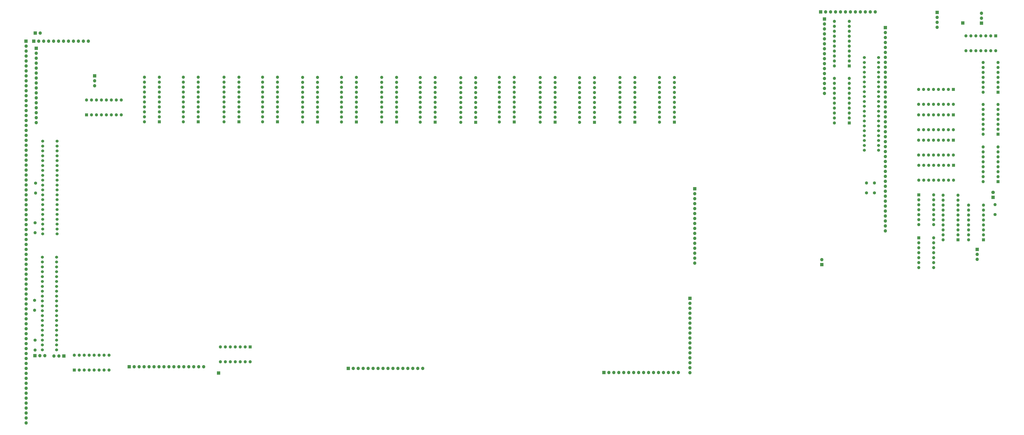
<source format=gbr>
%TF.GenerationSoftware,KiCad,Pcbnew,6.0.2-378541a8eb~116~ubuntu21.10.1*%
%TF.CreationDate,2022-02-16T21:59:07+01:00*%
%TF.ProjectId,register_file_kicad,72656769-7374-4657-925f-66696c655f6b,Rev v0.4*%
%TF.SameCoordinates,Original*%
%TF.FileFunction,Soldermask,Bot*%
%TF.FilePolarity,Negative*%
%FSLAX46Y46*%
G04 Gerber Fmt 4.6, Leading zero omitted, Abs format (unit mm)*
G04 Created by KiCad (PCBNEW 6.0.2-378541a8eb~116~ubuntu21.10.1) date 2022-02-16 21:59:07*
%MOMM*%
%LPD*%
G01*
G04 APERTURE LIST*
%ADD10R,1.600000X1.600000*%
%ADD11O,1.600000X1.600000*%
%ADD12R,1.700000X1.700000*%
%ADD13O,1.700000X1.700000*%
%ADD14C,1.524000*%
%ADD15C,1.600000*%
%ADD16R,1.800000X1.800000*%
%ADD17C,1.800000*%
G04 APERTURE END LIST*
D10*
%TO.C,U45*%
X241137600Y-82748200D03*
D11*
X241137600Y-80208200D03*
X241137600Y-77668200D03*
X241137600Y-75128200D03*
X241137600Y-72588200D03*
X241137600Y-70048200D03*
X241137600Y-67508200D03*
X241137600Y-64968200D03*
X241137600Y-62428200D03*
X241137600Y-59888200D03*
X233517600Y-59888200D03*
X233517600Y-62428200D03*
X233517600Y-64968200D03*
X233517600Y-67508200D03*
X233517600Y-70048200D03*
X233517600Y-72588200D03*
X233517600Y-75128200D03*
X233517600Y-77668200D03*
X233517600Y-80208200D03*
X233517600Y-82748200D03*
%TD*%
D12*
%TO.C,J8*%
X66900000Y-59028000D03*
D13*
X66900000Y-61568000D03*
X66900000Y-64108000D03*
%TD*%
D12*
%TO.C,J18*%
X36296000Y-202383000D03*
D13*
X38836000Y-202383000D03*
X41376000Y-202383000D03*
%TD*%
D14*
%TO.C,U2*%
X47620000Y-140013000D03*
X47620000Y-137513000D03*
X47620000Y-135013000D03*
X47620000Y-132513000D03*
X47620000Y-130013000D03*
X47620000Y-127513000D03*
X47620000Y-125013000D03*
X47620000Y-122513000D03*
X47620000Y-120013000D03*
X47620000Y-117513000D03*
X47620000Y-115013000D03*
X47620000Y-112513000D03*
X47620000Y-110013000D03*
X47620000Y-107513000D03*
X47620000Y-105013000D03*
X47620000Y-102513000D03*
X47620000Y-100013000D03*
X47620000Y-97513000D03*
X47620000Y-95013000D03*
X47620000Y-92513000D03*
X40320000Y-140013000D03*
X40320000Y-137513000D03*
X40320000Y-135013000D03*
X40320000Y-132513000D03*
X40320000Y-130013000D03*
X40320000Y-127513000D03*
X40320000Y-125013000D03*
X40320000Y-122513000D03*
X40320000Y-120013000D03*
X40320000Y-117513000D03*
X40320000Y-115013000D03*
X40320000Y-112513000D03*
X40320000Y-110013000D03*
X40320000Y-107513000D03*
X40320000Y-105013000D03*
X40320000Y-102513000D03*
X40320000Y-100013000D03*
X40320000Y-97513000D03*
X40320000Y-95013000D03*
X40320000Y-92513000D03*
%TD*%
D12*
%TO.C,J5*%
X498001000Y-26527000D03*
D13*
X498001000Y-29067000D03*
X498001000Y-31607000D03*
X498001000Y-34147000D03*
%TD*%
D10*
%TO.C,U12*%
X453056000Y-83172000D03*
D11*
X453056000Y-80632000D03*
X453056000Y-78092000D03*
X453056000Y-75552000D03*
X453056000Y-73012000D03*
X453056000Y-70472000D03*
X453056000Y-67932000D03*
X453056000Y-65392000D03*
X453056000Y-62852000D03*
X453056000Y-60312000D03*
X445436000Y-60312000D03*
X445436000Y-62852000D03*
X445436000Y-65392000D03*
X445436000Y-67932000D03*
X445436000Y-70472000D03*
X445436000Y-73012000D03*
X445436000Y-75552000D03*
X445436000Y-78092000D03*
X445436000Y-80632000D03*
X445436000Y-83172000D03*
%TD*%
D10*
%TO.C,U36*%
X180926207Y-82719352D03*
D11*
X180926207Y-80179352D03*
X180926207Y-77639352D03*
X180926207Y-75099352D03*
X180926207Y-72559352D03*
X180926207Y-70019352D03*
X180926207Y-67479352D03*
X180926207Y-64939352D03*
X180926207Y-62399352D03*
X180926207Y-59859352D03*
X173306207Y-59859352D03*
X173306207Y-62399352D03*
X173306207Y-64939352D03*
X173306207Y-67479352D03*
X173306207Y-70019352D03*
X173306207Y-72559352D03*
X173306207Y-75099352D03*
X173306207Y-77639352D03*
X173306207Y-80179352D03*
X173306207Y-82719352D03*
%TD*%
D12*
%TO.C,J7*%
X51166000Y-202590489D03*
D13*
X48626000Y-202590489D03*
X46086000Y-202590489D03*
%TD*%
D12*
%TO.C,J13*%
X37007400Y-44907200D03*
D13*
X37007400Y-47447200D03*
X37007400Y-49987200D03*
X37007400Y-52527200D03*
X37007400Y-55067200D03*
X37007400Y-57607200D03*
X37007400Y-60147200D03*
X37007400Y-62687200D03*
X37007400Y-65227200D03*
X37007400Y-67767200D03*
X37007400Y-70307200D03*
X37007400Y-72847200D03*
X37007400Y-75387200D03*
X37007400Y-77927200D03*
X37007400Y-80467200D03*
X37007400Y-83007200D03*
%TD*%
D12*
%TO.C,J11*%
X196681207Y-208885162D03*
D13*
X199221207Y-208885162D03*
X201761207Y-208885162D03*
X204301207Y-208885162D03*
X206841207Y-208885162D03*
X209381207Y-208885162D03*
X211921207Y-208885162D03*
X214461207Y-208885162D03*
X217001207Y-208885162D03*
X219541207Y-208885162D03*
X222081207Y-208885162D03*
X224621207Y-208885162D03*
X227161207Y-208885162D03*
X229701207Y-208885162D03*
X232241207Y-208885162D03*
X234781207Y-208885162D03*
%TD*%
D10*
%TO.C,U7*%
X453026000Y-54007000D03*
D11*
X453026000Y-51467000D03*
X453026000Y-48927000D03*
X453026000Y-46387000D03*
X453026000Y-43847000D03*
X453026000Y-41307000D03*
X453026000Y-38767000D03*
X453026000Y-36227000D03*
X453026000Y-33687000D03*
X453026000Y-31147000D03*
X445406000Y-31147000D03*
X445406000Y-33687000D03*
X445406000Y-36227000D03*
X445406000Y-38767000D03*
X445406000Y-41307000D03*
X445406000Y-43847000D03*
X445406000Y-46387000D03*
X445406000Y-48927000D03*
X445406000Y-51467000D03*
X445406000Y-54007000D03*
%TD*%
D12*
%TO.C,J4*%
X471500000Y-34300000D03*
D13*
X471500000Y-36840000D03*
X471500000Y-39380000D03*
X471500000Y-41920000D03*
X471500000Y-44460000D03*
X471500000Y-47000000D03*
X471500000Y-49540000D03*
X471500000Y-52080000D03*
X471500000Y-54620000D03*
X471500000Y-57160000D03*
X471500000Y-59700000D03*
X471500000Y-62240000D03*
X471500000Y-64780000D03*
X471500000Y-67320000D03*
X471500000Y-69860000D03*
X471500000Y-72400000D03*
X471500000Y-74940000D03*
X471500000Y-77480000D03*
X471500000Y-80020000D03*
X471500000Y-82560000D03*
X471500000Y-85100000D03*
X471500000Y-87640000D03*
X471500000Y-90180000D03*
X471500000Y-92720000D03*
X471500000Y-95260000D03*
X471500000Y-97800000D03*
X471500000Y-100340000D03*
X471500000Y-102880000D03*
X471500000Y-105420000D03*
X471500000Y-107960000D03*
X471500000Y-110500000D03*
X471500000Y-113040000D03*
X471500000Y-115580000D03*
X471500000Y-118120000D03*
X471500000Y-120660000D03*
X471500000Y-123200000D03*
X471500000Y-125740000D03*
X471500000Y-128280000D03*
X471500000Y-130820000D03*
X471500000Y-133360000D03*
X471500000Y-135900000D03*
X471500000Y-138440000D03*
%TD*%
D12*
%TO.C,J9*%
X84543207Y-208088417D03*
D13*
X87083207Y-208088417D03*
X89623207Y-208088417D03*
X92163207Y-208088417D03*
X94703207Y-208088417D03*
X97243207Y-208088417D03*
X99783207Y-208088417D03*
X102323207Y-208088417D03*
X104863207Y-208088417D03*
X107403207Y-208088417D03*
X109943207Y-208088417D03*
X112483207Y-208088417D03*
X115023207Y-208088417D03*
X117563207Y-208088417D03*
X120103207Y-208088417D03*
X122643207Y-208088417D03*
%TD*%
D10*
%TO.C,U68*%
X529176000Y-67452000D03*
D11*
X529176000Y-64912000D03*
X529176000Y-62372000D03*
X529176000Y-59832000D03*
X529176000Y-57292000D03*
X529176000Y-54752000D03*
X529176000Y-52212000D03*
X521556000Y-52212000D03*
X521556000Y-54752000D03*
X521556000Y-57292000D03*
X521556000Y-59832000D03*
X521556000Y-62372000D03*
X521556000Y-64912000D03*
X521556000Y-67452000D03*
%TD*%
D12*
%TO.C,J16*%
X511098011Y-31982489D03*
%TD*%
D10*
%TO.C,U29*%
X146475000Y-197950000D03*
D11*
X143935000Y-197950000D03*
X141395000Y-197950000D03*
X138855000Y-197950000D03*
X136315000Y-197950000D03*
X133775000Y-197950000D03*
X131235000Y-197950000D03*
X131235000Y-205570000D03*
X133775000Y-205570000D03*
X136315000Y-205570000D03*
X138855000Y-205570000D03*
X141395000Y-205570000D03*
X143935000Y-205570000D03*
X146475000Y-205570000D03*
%TD*%
D10*
%TO.C,U16*%
X56505000Y-209749489D03*
D11*
X59045000Y-209749489D03*
X61585000Y-209749489D03*
X64125000Y-209749489D03*
X66665000Y-209749489D03*
X69205000Y-209749489D03*
X71745000Y-209749489D03*
X74285000Y-209749489D03*
X74285000Y-202129489D03*
X71745000Y-202129489D03*
X69205000Y-202129489D03*
X66665000Y-202129489D03*
X64125000Y-202129489D03*
X61585000Y-202129489D03*
X59045000Y-202129489D03*
X56505000Y-202129489D03*
%TD*%
D10*
%TO.C,U1*%
X528001000Y-38527000D03*
D11*
X525461000Y-38527000D03*
X522921000Y-38527000D03*
X520381000Y-38527000D03*
X517841000Y-38527000D03*
X515301000Y-38527000D03*
X512761000Y-38527000D03*
X512761000Y-46147000D03*
X515301000Y-46147000D03*
X517841000Y-46147000D03*
X520381000Y-46147000D03*
X522921000Y-46147000D03*
X525461000Y-46147000D03*
X528001000Y-46147000D03*
%TD*%
D10*
%TO.C,U48*%
X261867207Y-82851352D03*
D11*
X261867207Y-80311352D03*
X261867207Y-77771352D03*
X261867207Y-75231352D03*
X261867207Y-72691352D03*
X261867207Y-70151352D03*
X261867207Y-67611352D03*
X261867207Y-65071352D03*
X261867207Y-62531352D03*
X261867207Y-59991352D03*
X254247207Y-59991352D03*
X254247207Y-62531352D03*
X254247207Y-65071352D03*
X254247207Y-67611352D03*
X254247207Y-70151352D03*
X254247207Y-72691352D03*
X254247207Y-75231352D03*
X254247207Y-77771352D03*
X254247207Y-80311352D03*
X254247207Y-82851352D03*
%TD*%
D10*
%TO.C,U39*%
X200802400Y-82697400D03*
D11*
X200802400Y-80157400D03*
X200802400Y-77617400D03*
X200802400Y-75077400D03*
X200802400Y-72537400D03*
X200802400Y-69997400D03*
X200802400Y-67457400D03*
X200802400Y-64917400D03*
X200802400Y-62377400D03*
X200802400Y-59837400D03*
X193182400Y-59837400D03*
X193182400Y-62377400D03*
X193182400Y-64917400D03*
X193182400Y-67457400D03*
X193182400Y-69997400D03*
X193182400Y-72537400D03*
X193182400Y-75077400D03*
X193182400Y-77617400D03*
X193182400Y-80157400D03*
X193182400Y-82697400D03*
%TD*%
D15*
%TO.C,R6*%
X465876000Y-118967000D03*
D11*
X465876000Y-113887000D03*
%TD*%
D10*
%TO.C,U22*%
X119878000Y-82595800D03*
D11*
X119878000Y-80055800D03*
X119878000Y-77515800D03*
X119878000Y-74975800D03*
X119878000Y-72435800D03*
X119878000Y-69895800D03*
X119878000Y-67355800D03*
X119878000Y-64815800D03*
X119878000Y-62275800D03*
X119878000Y-59735800D03*
X112258000Y-59735800D03*
X112258000Y-62275800D03*
X112258000Y-64815800D03*
X112258000Y-67355800D03*
X112258000Y-69895800D03*
X112258000Y-72435800D03*
X112258000Y-74975800D03*
X112258000Y-77515800D03*
X112258000Y-80055800D03*
X112258000Y-82595800D03*
%TD*%
D12*
%TO.C,J2*%
X371502717Y-173010162D03*
D13*
X371502717Y-175550162D03*
X371502717Y-178090162D03*
X371502717Y-180630162D03*
X371502717Y-183170162D03*
X371502717Y-185710162D03*
X371502717Y-188250162D03*
X371502717Y-190790162D03*
X371502717Y-193330162D03*
X371502717Y-195870162D03*
X371502717Y-198410162D03*
X371502717Y-200950162D03*
X371502717Y-203490162D03*
X371502717Y-206030162D03*
X371502717Y-208570162D03*
X371502717Y-211110162D03*
%TD*%
D12*
%TO.C,J17*%
X130321000Y-211283000D03*
%TD*%
D10*
%TO.C,U17*%
X62766000Y-79069000D03*
D11*
X65306000Y-79069000D03*
X67846000Y-79069000D03*
X70386000Y-79069000D03*
X72926000Y-79069000D03*
X75466000Y-79069000D03*
X78006000Y-79069000D03*
X80546000Y-79069000D03*
X80546000Y-71449000D03*
X78006000Y-71449000D03*
X75466000Y-71449000D03*
X72926000Y-71449000D03*
X70386000Y-71449000D03*
X67846000Y-71449000D03*
X65306000Y-71449000D03*
X62766000Y-71449000D03*
%TD*%
D14*
%TO.C,U3*%
X47399000Y-199399000D03*
X47399000Y-196899000D03*
X47399000Y-194399000D03*
X47399000Y-191899000D03*
X47399000Y-189399000D03*
X47399000Y-186899000D03*
X47399000Y-184399000D03*
X47399000Y-181899000D03*
X47399000Y-179399000D03*
X47399000Y-176899000D03*
X47399000Y-174399000D03*
X47399000Y-171899000D03*
X47399000Y-169399000D03*
X47399000Y-166899000D03*
X47399000Y-164399000D03*
X47399000Y-161899000D03*
X47399000Y-159399000D03*
X47399000Y-156899000D03*
X47399000Y-154399000D03*
X47399000Y-151899000D03*
X40099000Y-199399000D03*
X40099000Y-196899000D03*
X40099000Y-194399000D03*
X40099000Y-191899000D03*
X40099000Y-189399000D03*
X40099000Y-186899000D03*
X40099000Y-184399000D03*
X40099000Y-181899000D03*
X40099000Y-179399000D03*
X40099000Y-176899000D03*
X40099000Y-174399000D03*
X40099000Y-171899000D03*
X40099000Y-169399000D03*
X40099000Y-166899000D03*
X40099000Y-164399000D03*
X40099000Y-161899000D03*
X40099000Y-159399000D03*
X40099000Y-156899000D03*
X40099000Y-154399000D03*
X40099000Y-151899000D03*
%TD*%
D12*
%TO.C,J20*%
X36450000Y-37135000D03*
D13*
X38990000Y-37135000D03*
%TD*%
D12*
%TO.C,J21*%
X439015000Y-155750000D03*
D13*
X439015000Y-153210000D03*
%TD*%
D12*
%TO.C,J12*%
X327500717Y-211036300D03*
D13*
X330040717Y-211036300D03*
X332580717Y-211036300D03*
X335120717Y-211036300D03*
X337660717Y-211036300D03*
X340200717Y-211036300D03*
X342740717Y-211036300D03*
X345280717Y-211036300D03*
X347820717Y-211036300D03*
X350360717Y-211036300D03*
X352900717Y-211036300D03*
X355440717Y-211036300D03*
X357980717Y-211036300D03*
X360520717Y-211036300D03*
X363060717Y-211036300D03*
X365600717Y-211036300D03*
%TD*%
D12*
%TO.C,J15*%
X35700000Y-41317000D03*
D13*
X38240000Y-41300000D03*
X40780000Y-41300000D03*
X43320000Y-41300000D03*
X45860000Y-41300000D03*
X48400000Y-41300000D03*
X50940000Y-41300000D03*
X53480000Y-41300000D03*
X56020000Y-41300000D03*
X58560000Y-41300000D03*
X61100000Y-41300000D03*
X63640000Y-41300000D03*
%TD*%
D10*
%TO.C,U18*%
X99964400Y-82595800D03*
D11*
X99964400Y-80055800D03*
X99964400Y-77515800D03*
X99964400Y-74975800D03*
X99964400Y-72435800D03*
X99964400Y-69895800D03*
X99964400Y-67355800D03*
X99964400Y-64815800D03*
X99964400Y-62275800D03*
X99964400Y-59735800D03*
X92344400Y-59735800D03*
X92344400Y-62275800D03*
X92344400Y-64815800D03*
X92344400Y-67355800D03*
X92344400Y-69895800D03*
X92344400Y-72435800D03*
X92344400Y-74975800D03*
X92344400Y-77515800D03*
X92344400Y-80055800D03*
X92344400Y-82595800D03*
%TD*%
D10*
%TO.C,U19*%
X506276000Y-92027000D03*
D11*
X503736000Y-92027000D03*
X501196000Y-92027000D03*
X498656000Y-92027000D03*
X496116000Y-92027000D03*
X493576000Y-92027000D03*
X491036000Y-92027000D03*
X488496000Y-92027000D03*
X488496000Y-99647000D03*
X491036000Y-99647000D03*
X493576000Y-99647000D03*
X496116000Y-99647000D03*
X498656000Y-99647000D03*
X501196000Y-99647000D03*
X503736000Y-99647000D03*
X506276000Y-99647000D03*
%TD*%
D10*
%TO.C,U23*%
X506376000Y-104827000D03*
D11*
X503836000Y-104827000D03*
X501296000Y-104827000D03*
X498756000Y-104827000D03*
X496216000Y-104827000D03*
X493676000Y-104827000D03*
X491136000Y-104827000D03*
X488596000Y-104827000D03*
X488596000Y-112447000D03*
X491136000Y-112447000D03*
X493676000Y-112447000D03*
X496216000Y-112447000D03*
X498756000Y-112447000D03*
X501296000Y-112447000D03*
X503836000Y-112447000D03*
X506376000Y-112447000D03*
%TD*%
D12*
%TO.C,J1*%
X374002717Y-116869352D03*
D13*
X374002717Y-119409352D03*
X374002717Y-121949352D03*
X374002717Y-124489352D03*
X374002717Y-127029352D03*
X374002717Y-129569352D03*
X374002717Y-132109352D03*
X374002717Y-134649352D03*
X374002717Y-137189352D03*
X374002717Y-139729352D03*
X374002717Y-142269352D03*
X374002717Y-144809352D03*
X374002717Y-147349352D03*
X374002717Y-149889352D03*
X374002717Y-152429352D03*
X374002717Y-154969352D03*
%TD*%
D10*
%TO.C,U42*%
X221439207Y-82719352D03*
D11*
X221439207Y-80179352D03*
X221439207Y-77639352D03*
X221439207Y-75099352D03*
X221439207Y-72559352D03*
X221439207Y-70019352D03*
X221439207Y-67479352D03*
X221439207Y-64939352D03*
X221439207Y-62399352D03*
X221439207Y-59859352D03*
X213819207Y-59859352D03*
X213819207Y-62399352D03*
X213819207Y-64939352D03*
X213819207Y-67479352D03*
X213819207Y-70019352D03*
X213819207Y-72559352D03*
X213819207Y-75099352D03*
X213819207Y-77639352D03*
X213819207Y-80179352D03*
X213819207Y-82719352D03*
%TD*%
D15*
%TO.C,R5*%
X461876000Y-118967000D03*
D11*
X461876000Y-113887000D03*
%TD*%
D15*
%TO.C,R7*%
X527598011Y-130122489D03*
D11*
X527598011Y-125042489D03*
%TD*%
D15*
%TO.C,R1*%
X36412244Y-134363244D03*
D11*
X36412244Y-139443244D03*
%TD*%
D10*
%TO.C,U33*%
X160467200Y-82592352D03*
D11*
X160467200Y-80052352D03*
X160467200Y-77512352D03*
X160467200Y-74972352D03*
X160467200Y-72432352D03*
X160467200Y-69892352D03*
X160467200Y-67352352D03*
X160467200Y-64812352D03*
X160467200Y-62272352D03*
X160467200Y-59732352D03*
X152847200Y-59732352D03*
X152847200Y-62272352D03*
X152847200Y-64812352D03*
X152847200Y-67352352D03*
X152847200Y-69892352D03*
X152847200Y-72432352D03*
X152847200Y-74972352D03*
X152847200Y-77512352D03*
X152847200Y-80052352D03*
X152847200Y-82592352D03*
%TD*%
D10*
%TO.C,U27*%
X529176000Y-88952000D03*
D11*
X529176000Y-86412000D03*
X529176000Y-83872000D03*
X529176000Y-81332000D03*
X529176000Y-78792000D03*
X529176000Y-76252000D03*
X529176000Y-73712000D03*
X521556000Y-73712000D03*
X521556000Y-76252000D03*
X521556000Y-78792000D03*
X521556000Y-81332000D03*
X521556000Y-83872000D03*
X521556000Y-86412000D03*
X521556000Y-88952000D03*
%TD*%
D10*
%TO.C,U60*%
X343302717Y-82784352D03*
D11*
X343302717Y-80244352D03*
X343302717Y-77704352D03*
X343302717Y-75164352D03*
X343302717Y-72624352D03*
X343302717Y-70084352D03*
X343302717Y-67544352D03*
X343302717Y-65004352D03*
X343302717Y-62464352D03*
X343302717Y-59924352D03*
X335682717Y-59924352D03*
X335682717Y-62464352D03*
X335682717Y-65004352D03*
X335682717Y-67544352D03*
X335682717Y-70084352D03*
X335682717Y-72624352D03*
X335682717Y-75164352D03*
X335682717Y-77704352D03*
X335682717Y-80244352D03*
X335682717Y-82784352D03*
%TD*%
D10*
%TO.C,U57*%
X322692717Y-82846352D03*
D11*
X322692717Y-80306352D03*
X322692717Y-77766352D03*
X322692717Y-75226352D03*
X322692717Y-72686352D03*
X322692717Y-70146352D03*
X322692717Y-67606352D03*
X322692717Y-65066352D03*
X322692717Y-62526352D03*
X322692717Y-59986352D03*
X315072717Y-59986352D03*
X315072717Y-62526352D03*
X315072717Y-65066352D03*
X315072717Y-67606352D03*
X315072717Y-70146352D03*
X315072717Y-72686352D03*
X315072717Y-75226352D03*
X315072717Y-77766352D03*
X315072717Y-80306352D03*
X315072717Y-82846352D03*
%TD*%
D12*
%TO.C,J6*%
X31779000Y-41317000D03*
D13*
X31800000Y-43840000D03*
X31800000Y-46380000D03*
X31800000Y-48920000D03*
X31800000Y-51460000D03*
X31800000Y-54000000D03*
X31800000Y-56540000D03*
X31800000Y-59080000D03*
X31800000Y-61620000D03*
X31800000Y-64160000D03*
X31800000Y-66700000D03*
X31800000Y-69240000D03*
X31800000Y-71780000D03*
X31800000Y-74320000D03*
X31800000Y-76860000D03*
X31800000Y-79400000D03*
X31800000Y-81940000D03*
X31800000Y-84480000D03*
X31800000Y-87020000D03*
X31800000Y-89560000D03*
X31800000Y-92100000D03*
X31800000Y-94640000D03*
X31800000Y-97180000D03*
X31800000Y-99720000D03*
X31800000Y-102260000D03*
X31800000Y-104800000D03*
X31800000Y-107340000D03*
X31800000Y-109880000D03*
X31800000Y-112420000D03*
X31800000Y-114960000D03*
X31800000Y-117500000D03*
X31800000Y-120040000D03*
X31800000Y-122580000D03*
X31800000Y-125120000D03*
X31800000Y-127660000D03*
X31800000Y-130200000D03*
X31800000Y-132740000D03*
X31800000Y-135280000D03*
X31800000Y-137820000D03*
X31800000Y-140360000D03*
X31800000Y-142900000D03*
X31800000Y-145440000D03*
X31800000Y-147980000D03*
X31800000Y-150520000D03*
X31800000Y-153060000D03*
X31800000Y-155600000D03*
X31800000Y-158140000D03*
X31800000Y-160680000D03*
X31800000Y-163220000D03*
X31800000Y-165760000D03*
X31800000Y-168300000D03*
X31800000Y-170840000D03*
X31800000Y-173380000D03*
X31800000Y-175920000D03*
X31800000Y-178460000D03*
X31800000Y-181000000D03*
X31800000Y-183540000D03*
X31800000Y-186080000D03*
X31800000Y-188620000D03*
X31800000Y-191160000D03*
X31800000Y-193700000D03*
X31800000Y-196240000D03*
X31800000Y-198780000D03*
X31800000Y-201320000D03*
X31800000Y-203860000D03*
X31800000Y-206400000D03*
X31800000Y-208940000D03*
X31800000Y-211480000D03*
X31800000Y-214020000D03*
X31800000Y-216560000D03*
X31800000Y-219100000D03*
X31800000Y-221640000D03*
X31800000Y-224180000D03*
X31800000Y-226720000D03*
X31800000Y-229260000D03*
X31800000Y-231800000D03*
X31800000Y-234340000D03*
X31800000Y-236880000D03*
%TD*%
D15*
%TO.C,R2*%
X36409000Y-194421084D03*
D11*
X36409000Y-199501084D03*
%TD*%
D10*
%TO.C,U28*%
X140706000Y-82592352D03*
D11*
X140706000Y-80052352D03*
X140706000Y-77512352D03*
X140706000Y-74972352D03*
X140706000Y-72432352D03*
X140706000Y-69892352D03*
X140706000Y-67352352D03*
X140706000Y-64812352D03*
X140706000Y-62272352D03*
X140706000Y-59732352D03*
X133086000Y-59732352D03*
X133086000Y-62272352D03*
X133086000Y-64812352D03*
X133086000Y-67352352D03*
X133086000Y-69892352D03*
X133086000Y-72432352D03*
X133086000Y-74972352D03*
X133086000Y-77512352D03*
X133086000Y-80052352D03*
X133086000Y-82592352D03*
%TD*%
D10*
%TO.C,U5*%
X506276000Y-66027000D03*
D11*
X503736000Y-66027000D03*
X501196000Y-66027000D03*
X498656000Y-66027000D03*
X496116000Y-66027000D03*
X493576000Y-66027000D03*
X491036000Y-66027000D03*
X488496000Y-66027000D03*
X488496000Y-73647000D03*
X491036000Y-73647000D03*
X493576000Y-73647000D03*
X496116000Y-73647000D03*
X498656000Y-73647000D03*
X501196000Y-73647000D03*
X503736000Y-73647000D03*
X506276000Y-73647000D03*
%TD*%
D10*
%TO.C,U4*%
X521698500Y-143042000D03*
D11*
X521698500Y-140502000D03*
X521698500Y-137962000D03*
X521698500Y-135422000D03*
X521698500Y-132882000D03*
X521698500Y-130342000D03*
X521698500Y-127802000D03*
X521698500Y-125262000D03*
X514078500Y-125262000D03*
X514078500Y-127802000D03*
X514078500Y-130342000D03*
X514078500Y-132882000D03*
X514078500Y-135422000D03*
X514078500Y-137962000D03*
X514078500Y-140502000D03*
X514078500Y-143042000D03*
%TD*%
D15*
%TO.C,R4*%
X36129000Y-174021000D03*
D11*
X36129000Y-179101000D03*
%TD*%
D10*
%TO.C,U30*%
X529176000Y-113227000D03*
D11*
X529176000Y-110687000D03*
X529176000Y-108147000D03*
X529176000Y-105607000D03*
X529176000Y-103067000D03*
X529176000Y-100527000D03*
X529176000Y-97987000D03*
X529176000Y-95447000D03*
X521556000Y-95447000D03*
X521556000Y-97987000D03*
X521556000Y-100527000D03*
X521556000Y-103067000D03*
X521556000Y-105607000D03*
X521556000Y-108147000D03*
X521556000Y-110687000D03*
X521556000Y-113227000D03*
%TD*%
D15*
%TO.C,R3*%
X36666244Y-114043244D03*
D11*
X36666244Y-119123244D03*
%TD*%
D12*
%TO.C,J19*%
X520698011Y-32007489D03*
D13*
X520698011Y-29467489D03*
X520698011Y-26927489D03*
%TD*%
D12*
%TO.C,J3*%
X518498011Y-147957489D03*
D13*
X518498011Y-150497489D03*
X518498011Y-153037489D03*
%TD*%
D10*
%TO.C,U24*%
X488598500Y-142017000D03*
D11*
X488598500Y-144557000D03*
X488598500Y-147097000D03*
X488598500Y-149637000D03*
X488598500Y-152177000D03*
X488598500Y-154717000D03*
X488598500Y-157257000D03*
X496218500Y-157257000D03*
X496218500Y-154717000D03*
X496218500Y-152177000D03*
X496218500Y-149637000D03*
X496218500Y-147097000D03*
X496218500Y-144557000D03*
X496218500Y-142017000D03*
%TD*%
D10*
%TO.C,U6*%
X508698500Y-143067000D03*
D11*
X508698500Y-140527000D03*
X508698500Y-137987000D03*
X508698500Y-135447000D03*
X508698500Y-132907000D03*
X508698500Y-130367000D03*
X508698500Y-127827000D03*
X508698500Y-125287000D03*
X508698500Y-122747000D03*
X508698500Y-120207000D03*
X501078500Y-120207000D03*
X501078500Y-122747000D03*
X501078500Y-125287000D03*
X501078500Y-127827000D03*
X501078500Y-130367000D03*
X501078500Y-132907000D03*
X501078500Y-135447000D03*
X501078500Y-137987000D03*
X501078500Y-140527000D03*
X501078500Y-143067000D03*
%TD*%
D10*
%TO.C,U64*%
X363552717Y-82784352D03*
D11*
X363552717Y-80244352D03*
X363552717Y-77704352D03*
X363552717Y-75164352D03*
X363552717Y-72624352D03*
X363552717Y-70084352D03*
X363552717Y-67544352D03*
X363552717Y-65004352D03*
X363552717Y-62464352D03*
X363552717Y-59924352D03*
X355932717Y-59924352D03*
X355932717Y-62464352D03*
X355932717Y-65004352D03*
X355932717Y-67544352D03*
X355932717Y-70084352D03*
X355932717Y-72624352D03*
X355932717Y-75164352D03*
X355932717Y-77704352D03*
X355932717Y-80244352D03*
X355932717Y-82784352D03*
%TD*%
D10*
%TO.C,U13*%
X488598500Y-120017000D03*
D11*
X488598500Y-122557000D03*
X488598500Y-125097000D03*
X488598500Y-127637000D03*
X488598500Y-130177000D03*
X488598500Y-132717000D03*
X488598500Y-135257000D03*
X496218500Y-135257000D03*
X496218500Y-132717000D03*
X496218500Y-130177000D03*
X496218500Y-127637000D03*
X496218500Y-125097000D03*
X496218500Y-122557000D03*
X496218500Y-120017000D03*
%TD*%
D14*
%TO.C,U8*%
X468050000Y-97170000D03*
X468050000Y-94670000D03*
X468050000Y-92170000D03*
X468050000Y-89670000D03*
X468050000Y-87170000D03*
X468050000Y-84670000D03*
X468050000Y-82170000D03*
X468050000Y-79670000D03*
X468050000Y-77170000D03*
X468050000Y-74670000D03*
X468050000Y-72170000D03*
X468050000Y-69670000D03*
X468050000Y-67170000D03*
X468050000Y-64670000D03*
X468050000Y-62170000D03*
X468050000Y-59670000D03*
X468050000Y-57170000D03*
X468050000Y-54670000D03*
X468050000Y-52170000D03*
X468050000Y-49670000D03*
X460750000Y-97170000D03*
X460750000Y-94670000D03*
X460750000Y-92170000D03*
X460750000Y-89670000D03*
X460750000Y-87170000D03*
X460750000Y-84670000D03*
X460750000Y-82170000D03*
X460750000Y-79670000D03*
X460750000Y-77170000D03*
X460750000Y-74670000D03*
X460750000Y-72170000D03*
X460750000Y-69670000D03*
X460750000Y-67170000D03*
X460750000Y-64670000D03*
X460750000Y-62170000D03*
X460750000Y-59670000D03*
X460750000Y-57170000D03*
X460750000Y-54670000D03*
X460750000Y-52170000D03*
X460750000Y-49670000D03*
%TD*%
D16*
%TO.C,D1*%
X526598011Y-121257489D03*
D17*
X526598011Y-118717489D03*
%TD*%
D10*
%TO.C,U51*%
X281574400Y-82697400D03*
D11*
X281574400Y-80157400D03*
X281574400Y-77617400D03*
X281574400Y-75077400D03*
X281574400Y-72537400D03*
X281574400Y-69997400D03*
X281574400Y-67457400D03*
X281574400Y-64917400D03*
X281574400Y-62377400D03*
X281574400Y-59837400D03*
X273954400Y-59837400D03*
X273954400Y-62377400D03*
X273954400Y-64917400D03*
X273954400Y-67457400D03*
X273954400Y-69997400D03*
X273954400Y-72537400D03*
X273954400Y-75077400D03*
X273954400Y-77617400D03*
X273954400Y-80157400D03*
X273954400Y-82697400D03*
%TD*%
D10*
%TO.C,U11*%
X506276000Y-79027000D03*
D11*
X503736000Y-79027000D03*
X501196000Y-79027000D03*
X498656000Y-79027000D03*
X496116000Y-79027000D03*
X493576000Y-79027000D03*
X491036000Y-79027000D03*
X488496000Y-79027000D03*
X488496000Y-86647000D03*
X491036000Y-86647000D03*
X493576000Y-86647000D03*
X496116000Y-86647000D03*
X498656000Y-86647000D03*
X501196000Y-86647000D03*
X503736000Y-86647000D03*
X506276000Y-86647000D03*
%TD*%
D10*
%TO.C,U54*%
X302509717Y-82724352D03*
D11*
X302509717Y-80184352D03*
X302509717Y-77644352D03*
X302509717Y-75104352D03*
X302509717Y-72564352D03*
X302509717Y-70024352D03*
X302509717Y-67484352D03*
X302509717Y-64944352D03*
X302509717Y-62404352D03*
X302509717Y-59864352D03*
X294889717Y-59864352D03*
X294889717Y-62404352D03*
X294889717Y-64944352D03*
X294889717Y-67484352D03*
X294889717Y-70024352D03*
X294889717Y-72564352D03*
X294889717Y-75104352D03*
X294889717Y-77644352D03*
X294889717Y-80184352D03*
X294889717Y-82724352D03*
%TD*%
D12*
%TO.C,J14*%
X438400000Y-26300000D03*
D13*
X440940000Y-26300000D03*
X443480000Y-26300000D03*
X446020000Y-26300000D03*
X448560000Y-26300000D03*
X451100000Y-26300000D03*
X453640000Y-26300000D03*
X456180000Y-26300000D03*
X458720000Y-26300000D03*
X461260000Y-26300000D03*
X463800000Y-26300000D03*
X466340000Y-26300000D03*
%TD*%
D12*
%TO.C,J10*%
X440330011Y-29927889D03*
D13*
X440330011Y-32467889D03*
X440330011Y-35007889D03*
X440330011Y-37547889D03*
X440330011Y-40087889D03*
X440330011Y-42627889D03*
X440330011Y-45167889D03*
X440330011Y-47707889D03*
X440330011Y-50247889D03*
X440330011Y-52787889D03*
X440330011Y-55327889D03*
X440330011Y-57867889D03*
X440330011Y-60407889D03*
X440330011Y-62947889D03*
X440330011Y-65487889D03*
X440330011Y-68027889D03*
%TD*%
M02*

</source>
